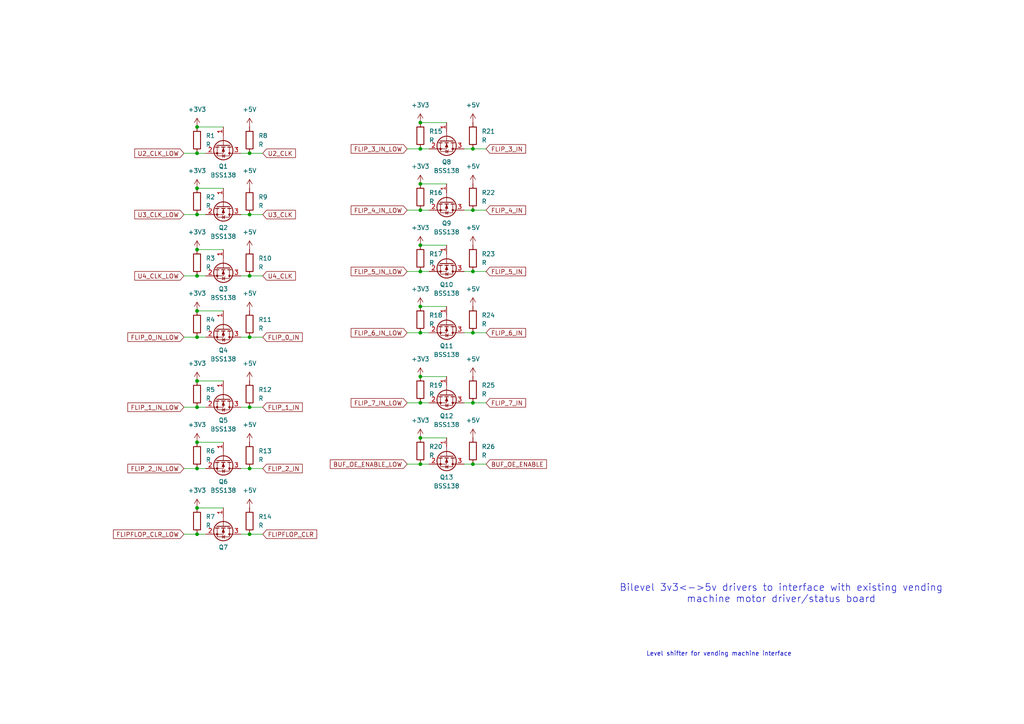
<source format=kicad_sch>
(kicad_sch (version 20231120) (generator "eeschema") (generator_version "8.0")
  (paper "A4")
  (lib_symbols
    (symbol "Device:R" (pin_numbers hide) (pin_names (offset 0))
      (property "Reference" "R" (at 2.032 0 90))
      (property "Value" "R" (at 0 0 90))
      (symbol "R_0_1"
        (rectangle (start -1.016 -2.54) (end 1.016 2.54) (stroke (width 0.254)))
      )
      (symbol "R_1_1"
        (pin passive line (at 0 3.81 270) (length 1.27) (name "~") (number "1"))
        (pin passive line (at 0 -3.81 90) (length 1.27) (name "~") (number "2"))
      )
    )
    (symbol "Transistor_FET:BSS138" (pin_names hide)
      (property "Reference" "Q" (at 5.08 1.905 0))
      (property "Value" "BSS138" (at 5.08 0 0))
      (symbol "BSS138_0_1"
        (polyline (pts (xy 0.254 0) (xy -2.54 0)))
        (polyline (pts (xy 0.254 1.905) (xy 0.254 -1.905)) (stroke (width 0.254)))
        (polyline (pts (xy 0.762 -1.27) (xy 0.762 -2.286)) (stroke (width 0.254)))
        (polyline (pts (xy 0.762 0.508) (xy 0.762 -0.508)) (stroke (width 0.254)))
        (polyline (pts (xy 0.762 2.286) (xy 0.762 1.27)) (stroke (width 0.254)))
        (polyline (pts (xy 2.54 2.54) (xy 2.54 1.778)))
        (polyline (pts (xy 2.54 -2.54) (xy 2.54 0) (xy 0.762 0)))
        (polyline (pts (xy 0.762 -1.778) (xy 3.302 -1.778) (xy 3.302 1.778) (xy 0.762 1.778)))
        (polyline (pts (xy 1.016 0) (xy 2.032 0.381) (xy 2.032 -0.381) (xy 1.016 0)) (fill (type outline)))
        (polyline (pts (xy 2.794 0.508) (xy 2.921 0.381) (xy 3.683 0.381) (xy 3.81 0.254)))
        (polyline (pts (xy 3.302 0.381) (xy 2.921 -0.254) (xy 3.683 -0.254) (xy 3.302 0.381)))
        (circle (center 1.651 0) (radius 2.794) (stroke (width 0.254)))
        (circle (center 2.54 -1.778) (radius 0.254) (fill (type outline)))
        (circle (center 2.54 1.778) (radius 0.254) (fill (type outline)))
      )
      (symbol "BSS138_1_1"
        (pin input line (at -5.08 0 0) (length 2.54) (name "G") (number "1"))
        (pin passive line (at 2.54 -5.08 90) (length 2.54) (name "S") (number "2"))
        (pin passive line (at 2.54 5.08 270) (length 2.54) (name "D") (number "3"))
      )
    )
    (symbol "power:+3V3" (power) (pin_numbers hide) (pin_names (offset 0) hide)
      (property "Value" "+3V3" (at 0 3.556 0))
      (symbol "+3V3_0_1"
        (polyline (pts (xy -0.762 1.27) (xy 0 2.54)))
        (polyline (pts (xy 0 0) (xy 0 2.54)))
        (polyline (pts (xy 0 2.54) (xy 0.762 1.27)))
      )
      (symbol "+3V3_1_1"
        (pin power_in line (at 0 0 90) (length 0) (name "~") (number "1"))
      )
    )
    (symbol "power:+5V" (power) (pin_numbers hide) (pin_names (offset 0) hide)
      (property "Value" "+5V" (at 0 3.556 0))
      (symbol "+5V_0_1"
        (polyline (pts (xy -0.762 1.27) (xy 0 2.54)))
        (polyline (pts (xy 0 0) (xy 0 2.54)))
        (polyline (pts (xy 0 2.54) (xy 0.762 1.27)))
      )
      (symbol "+5V_1_1"
        (pin power_in line (at 0 0 90) (length 0) (name "~") (number "1"))
      )
    )
  )
  (junction (at 57.15 110.49))
  (junction (at 121.92 71.12))
  (junction (at 121.92 109.22))
  (junction (at 57.15 147.32))
  (junction (at 72.39 62.23))
  (junction (at 72.39 135.89))
  (junction (at 137.16 134.62))
  (junction (at 57.15 54.61))
  (junction (at 137.16 60.96))
  (junction (at 57.15 72.39))
  (junction (at 57.15 128.27))
  (junction (at 121.92 116.84))
  (junction (at 121.92 96.52))
  (junction (at 137.16 96.52))
  (junction (at 121.92 53.34))
  (junction (at 121.92 60.96))
  (junction (at 121.92 88.9))
  (junction (at 57.15 80.01))
  (junction (at 57.15 135.89))
  (junction (at 121.92 43.18))
  (junction (at 137.16 78.74))
  (junction (at 137.16 43.18))
  (junction (at 72.39 80.01))
  (junction (at 57.15 97.79))
  (junction (at 72.39 44.45))
  (junction (at 57.15 36.83))
  (junction (at 121.92 78.74))
  (junction (at 72.39 154.94))
  (junction (at 72.39 97.79))
  (junction (at 57.15 154.94))
  (junction (at 121.92 134.62))
  (junction (at 57.15 44.45))
  (junction (at 72.39 118.11))
  (junction (at 121.92 127))
  (junction (at 121.92 35.56))
  (junction (at 57.15 118.11))
  (junction (at 57.15 90.17))
  (junction (at 57.15 62.23))
  (junction (at 137.16 116.84))
  (wire (pts (xy 57.15 80.01) (xy 59.69 80.01)))
  (wire (pts (xy 121.92 60.96) (xy 124.46 60.96)))
  (wire (pts (xy 69.85 44.45) (xy 72.39 44.45)))
  (wire (pts (xy 121.92 109.22) (xy 129.54 109.22)))
  (wire (pts (xy 53.34 62.23) (xy 57.15 62.23)))
  (wire (pts (xy 137.16 134.62) (xy 140.97 134.62)))
  (wire (pts (xy 53.34 135.89) (xy 57.15 135.89)))
  (wire (pts (xy 137.16 43.18) (xy 140.97 43.18)))
  (wire (pts (xy 121.92 134.62) (xy 124.46 134.62)))
  (wire (pts (xy 72.39 80.01) (xy 76.2 80.01)))
  (wire (pts (xy 57.15 135.89) (xy 59.69 135.89)))
  (wire (pts (xy 57.15 147.32) (xy 64.77 147.32)))
  (wire (pts (xy 118.11 96.52) (xy 121.92 96.52)))
  (wire (pts (xy 57.15 54.61) (xy 64.77 54.61)))
  (wire (pts (xy 134.62 78.74) (xy 137.16 78.74)))
  (wire (pts (xy 53.34 97.79) (xy 57.15 97.79)))
  (wire (pts (xy 69.85 154.94) (xy 72.39 154.94)))
  (wire (pts (xy 137.16 78.74) (xy 140.97 78.74)))
  (wire (pts (xy 57.15 110.49) (xy 64.77 110.49)))
  (wire (pts (xy 134.62 134.62) (xy 137.16 134.62)))
  (wire (pts (xy 121.92 35.56) (xy 129.54 35.56)))
  (wire (pts (xy 69.85 62.23) (xy 72.39 62.23)))
  (wire (pts (xy 137.16 96.52) (xy 140.97 96.52)))
  (wire (pts (xy 121.92 53.34) (xy 129.54 53.34)))
  (wire (pts (xy 69.85 97.79) (xy 72.39 97.79)))
  (wire (pts (xy 137.16 60.96) (xy 140.97 60.96)))
  (wire (pts (xy 121.92 88.9) (xy 129.54 88.9)))
  (wire (pts (xy 57.15 128.27) (xy 64.77 128.27)))
  (wire (pts (xy 134.62 43.18) (xy 137.16 43.18)))
  (wire (pts (xy 134.62 60.96) (xy 137.16 60.96)))
  (wire (pts (xy 57.15 97.79) (xy 59.69 97.79)))
  (wire (pts (xy 118.11 60.96) (xy 121.92 60.96)))
  (wire (pts (xy 57.15 62.23) (xy 59.69 62.23)))
  (wire (pts (xy 69.85 80.01) (xy 72.39 80.01)))
  (wire (pts (xy 72.39 44.45) (xy 76.2 44.45)))
  (wire (pts (xy 57.15 36.83) (xy 64.77 36.83)))
  (wire (pts (xy 72.39 118.11) (xy 76.2 118.11)))
  (wire (pts (xy 69.85 118.11) (xy 72.39 118.11)))
  (wire (pts (xy 121.92 96.52) (xy 124.46 96.52)))
  (wire (pts (xy 121.92 78.74) (xy 124.46 78.74)))
  (wire (pts (xy 53.34 118.11) (xy 57.15 118.11)))
  (wire (pts (xy 53.34 154.94) (xy 57.15 154.94)))
  (wire (pts (xy 57.15 44.45) (xy 59.69 44.45)))
  (wire (pts (xy 121.92 43.18) (xy 124.46 43.18)))
  (wire (pts (xy 57.15 154.94) (xy 59.69 154.94)))
  (wire (pts (xy 53.34 44.45) (xy 57.15 44.45)))
  (wire (pts (xy 134.62 96.52) (xy 137.16 96.52)))
  (wire (pts (xy 118.11 78.74) (xy 121.92 78.74)))
  (wire (pts (xy 57.15 72.39) (xy 64.77 72.39)))
  (wire (pts (xy 121.92 127) (xy 129.54 127)))
  (wire (pts (xy 118.11 116.84) (xy 121.92 116.84)))
  (wire (pts (xy 118.11 43.18) (xy 121.92 43.18)))
  (wire (pts (xy 53.34 80.01) (xy 57.15 80.01)))
  (wire (pts (xy 118.11 134.62) (xy 121.92 134.62)))
  (wire (pts (xy 121.92 116.84) (xy 124.46 116.84)))
  (wire (pts (xy 57.15 90.17) (xy 64.77 90.17)))
  (wire (pts (xy 72.39 62.23) (xy 76.2 62.23)))
  (wire (pts (xy 72.39 135.89) (xy 76.2 135.89)))
  (wire (pts (xy 72.39 97.79) (xy 76.2 97.79)))
  (wire (pts (xy 137.16 116.84) (xy 140.97 116.84)))
  (wire (pts (xy 57.15 118.11) (xy 59.69 118.11)))
  (wire (pts (xy 121.92 71.12) (xy 129.54 71.12)))
  (wire (pts (xy 72.39 154.94) (xy 76.2 154.94)))
  (wire (pts (xy 134.62 116.84) (xy 137.16 116.84)))
  (wire (pts (xy 69.85 135.89) (xy 72.39 135.89)))
  (text "Bilevel 3v3<->5v drivers to interface with existing vending\nmachine motor driver/status board" (at 226.568 172.212 0) (effects (font (size 2.032 2.032))))
  (text "Level shifter for vending machine interface" (at 208.534 189.738 0) (effects (font (size 1.27 1.27))))
  (global_label "BUF_OE_ENABLE" (shape input) (at 140.97 134.62 0) (property "Intersheetrefs" "${INTERSHEET_REFS}" (effects (hide yes))))
  (global_label "BUF_OE_ENABLE_LOW" (shape input) (at 118.11 134.62 180) (property "Intersheetrefs" "${INTERSHEET_REFS}" (effects (hide yes))))
  (global_label "FLIP_3_IN_LOW" (shape input) (at 118.11 43.18 180) (property "Intersheetrefs" "${INTERSHEET_REFS}" (effects (hide yes))))
  (global_label "U2_CLK" (shape input) (at 76.2 44.45 0) (property "Intersheetrefs" "${INTERSHEET_REFS}" (effects (hide yes))))
  (global_label "FLIP_4_IN_LOW" (shape input) (at 118.11 60.96 180) (property "Intersheetrefs" "${INTERSHEET_REFS}" (effects (hide yes))))
  (global_label "U4_CLK_LOW" (shape input) (at 53.34 80.01 180) (property "Intersheetrefs" "${INTERSHEET_REFS}" (effects (hide yes))))
  (global_label "FLIP_7_IN" (shape input) (at 140.97 116.84 0) (property "Intersheetrefs" "${INTERSHEET_REFS}" (effects (hide yes))))
  (global_label "U4_CLK" (shape input) (at 76.2 80.01 0) (property "Intersheetrefs" "${INTERSHEET_REFS}" (effects (hide yes))))
  (global_label "FLIP_0_IN" (shape input) (at 76.2 97.79 0) (property "Intersheetrefs" "${INTERSHEET_REFS}" (effects (hide yes))))
  (global_label "FLIP_1_IN" (shape input) (at 76.2 118.11 0) (property "Intersheetrefs" "${INTERSHEET_REFS}" (effects (hide yes))))
  (global_label "U3_CLK_LOW" (shape input) (at 53.34 62.23 180) (property "Intersheetrefs" "${INTERSHEET_REFS}" (effects (hide yes))))
  (global_label "FLIP_0_IN_LOW" (shape input) (at 53.34 97.79 180) (property "Intersheetrefs" "${INTERSHEET_REFS}" (effects (hide yes))))
  (global_label "FLIP_2_IN" (shape input) (at 76.2 135.89 0) (property "Intersheetrefs" "${INTERSHEET_REFS}" (effects (hide yes))))
  (global_label "FLIP_1_IN_LOW" (shape input) (at 53.34 118.11 180) (property "Intersheetrefs" "${INTERSHEET_REFS}" (effects (hide yes))))
  (global_label "FLIP_7_IN_LOW" (shape input) (at 118.11 116.84 180) (property "Intersheetrefs" "${INTERSHEET_REFS}" (effects (hide yes))))
  (global_label "FLIPFLOP_CLR" (shape input) (at 76.2 154.94 0) (property "Intersheetrefs" "${INTERSHEET_REFS}" (effects (hide yes))))
  (global_label "U2_CLK_LOW" (shape input) (at 53.34 44.45 180) (property "Intersheetrefs" "${INTERSHEET_REFS}" (effects (hide yes))))
  (global_label "FLIP_4_IN" (shape input) (at 140.97 60.96 0) (property "Intersheetrefs" "${INTERSHEET_REFS}" (effects (hide yes))))
  (global_label "FLIP_5_IN" (shape input) (at 140.97 78.74 0) (property "Intersheetrefs" "${INTERSHEET_REFS}" (effects (hide yes))))
  (global_label "FLIP_5_IN_LOW" (shape input) (at 118.11 78.74 180) (property "Intersheetrefs" "${INTERSHEET_REFS}" (effects (hide yes))))
  (global_label "FLIP_6_IN" (shape input) (at 140.97 96.52 0) (property "Intersheetrefs" "${INTERSHEET_REFS}" (effects (hide yes))))
  (global_label "U3_CLK" (shape input) (at 76.2 62.23 0) (property "Intersheetrefs" "${INTERSHEET_REFS}" (effects (hide yes))))
  (global_label "FLIP_2_IN_LOW" (shape input) (at 53.34 135.89 180) (property "Intersheetrefs" "${INTERSHEET_REFS}" (effects (hide yes))))
  (global_label "FLIPFLOP_CLR_LOW" (shape input) (at 53.34 154.94 180) (property "Intersheetrefs" "${INTERSHEET_REFS}" (effects (hide yes))))
  (global_label "FLIP_3_IN" (shape input) (at 140.97 43.18 0) (property "Intersheetrefs" "${INTERSHEET_REFS}" (effects (hide yes))))
  (global_label "FLIP_6_IN_LOW" (shape input) (at 118.11 96.52 180) (property "Intersheetrefs" "${INTERSHEET_REFS}" (effects (hide yes))))
  (symbol (lib_id "Transistor_FET:BSS138") (at 129.54 40.64 270) (unit 1)
    (property "Reference" "Q8" (at 129.54 46.99 90))
    (property "Value" "BSS138" (at 129.54 49.53 90))
    (property "Footprint" "Package_TO_SOT_SMD:SOT-23" (effects (hide yes)))
    (property "Datasheet" "https://www.onsemi.com/pub/Collateral/BSS138-D.PDF" (effects (hide yes)))
    (property "Description" "50V Vds, 0.22A Id, N-Channel MOSFET, SOT-23" (effects (hide yes)))
  )
  (symbol (lib_id "power:+3V3") (at 121.92 53.34 0) (unit 1)
    (property "Reference" "#PWR019" (effects (hide yes)))
    (property "Value" "+3V3" (at 121.92 48.26 0))
    (property "Description" "Power symbol creates a global label with name \"+3V3\"" (effects (hide yes)))
  )
  (symbol (lib_id "Device:R") (at 121.92 74.93 0) (unit 1)
    (property "Reference" "R17" (at 124.46 73.6599 0) (effects (justify left)))
    (property "Value" "R" (at 124.46 76.1999 0) (effects (justify left)))
    (property "Footprint" "Resistor_SMD:R_1206_3216Metric" (effects (hide yes)))
    (property "Description" "Resistor" (effects (hide yes)))
  )
  (symbol (lib_id "Device:R") (at 72.39 151.13 0) (unit 1)
    (property "Reference" "R14" (at 74.93 149.8599 0) (effects (justify left)))
    (property "Value" "R" (at 74.93 152.3999 0) (effects (justify left)))
    (property "Footprint" "Resistor_SMD:R_1206_3216Metric" (effects (hide yes)))
    (property "Description" "Resistor" (effects (hide yes)))
  )
  (symbol (lib_id "Device:R") (at 72.39 114.3 0) (unit 1)
    (property "Reference" "R12" (at 74.93 113.0299 0) (effects (justify left)))
    (property "Value" "R" (at 74.93 115.5699 0) (effects (justify left)))
    (property "Footprint" "Resistor_SMD:R_1206_3216Metric" (effects (hide yes)))
    (property "Description" "Resistor" (effects (hide yes)))
  )
  (symbol (lib_id "Device:R") (at 72.39 76.2 0) (unit 1)
    (property "Reference" "R10" (at 74.93 74.9299 0) (effects (justify left)))
    (property "Value" "R" (at 74.93 77.4699 0) (effects (justify left)))
    (property "Footprint" "Resistor_SMD:R_1206_3216Metric" (effects (hide yes)))
    (property "Description" "Resistor" (effects (hide yes)))
  )
  (symbol (lib_id "Device:R") (at 57.15 58.42 0) (unit 1)
    (property "Reference" "R2" (at 59.69 57.1499 0) (effects (justify left)))
    (property "Value" "R" (at 59.69 59.6899 0) (effects (justify left)))
    (property "Footprint" "Resistor_SMD:R_1206_3216Metric" (effects (hide yes)))
    (property "Description" "Resistor" (effects (hide yes)))
  )
  (symbol (lib_id "Device:R") (at 121.92 39.37 0) (unit 1)
    (property "Reference" "R15" (at 124.46 38.0999 0) (effects (justify left)))
    (property "Value" "R" (at 124.46 40.6399 0) (effects (justify left)))
    (property "Footprint" "Resistor_SMD:R_1206_3216Metric" (effects (hide yes)))
    (property "Description" "Resistor" (effects (hide yes)))
  )
  (symbol (lib_id "Device:R") (at 137.16 57.15 0) (unit 1)
    (property "Reference" "R22" (at 139.7 55.8799 0) (effects (justify left)))
    (property "Value" "R" (at 139.7 58.4199 0) (effects (justify left)))
    (property "Footprint" "Resistor_SMD:R_1206_3216Metric" (effects (hide yes)))
    (property "Description" "Resistor" (effects (hide yes)))
  )
  (symbol (lib_id "Transistor_FET:BSS138") (at 129.54 76.2 270) (unit 1)
    (property "Reference" "Q10" (at 129.54 82.55 90))
    (property "Value" "BSS138" (at 129.54 85.09 90))
    (property "Footprint" "Package_TO_SOT_SMD:SOT-23" (effects (hide yes)))
    (property "Datasheet" "https://www.onsemi.com/pub/Collateral/BSS138-D.PDF" (effects (hide yes)))
    (property "Description" "50V Vds, 0.22A Id, N-Channel MOSFET, SOT-23" (effects (hide yes)))
  )
  (symbol (lib_id "power:+3V3") (at 57.15 36.83 0) (unit 1)
    (property "Reference" "#PWR02" (effects (hide yes)))
    (property "Value" "+3V3" (at 57.15 31.75 0))
    (property "Description" "Power symbol creates a global label with name \"+3V3\"" (effects (hide yes)))
  )
  (symbol (lib_id "Device:R") (at 137.16 113.03 0) (unit 1)
    (property "Reference" "R25" (at 139.7 111.7599 0) (effects (justify left)))
    (property "Value" "R" (at 139.7 114.2999 0) (effects (justify left)))
    (property "Footprint" "Resistor_SMD:R_1206_3216Metric" (effects (hide yes)))
    (property "Description" "Resistor" (effects (hide yes)))
  )
  (symbol (lib_id "Device:R") (at 57.15 132.08 0) (unit 1)
    (property "Reference" "R6" (at 59.69 130.8099 0) (effects (justify left)))
    (property "Value" "R" (at 59.69 133.3499 0) (effects (justify left)))
    (property "Footprint" "Resistor_SMD:R_1206_3216Metric" (effects (hide yes)))
    (property "Description" "Resistor" (effects (hide yes)))
  )
  (symbol (lib_id "power:+5V") (at 137.16 53.34 0) (unit 1)
    (property "Reference" "#PWR025" (effects (hide yes)))
    (property "Value" "+5V" (at 137.16 48.26 0))
    (property "Description" "Power symbol creates a global label with name \"+5V\"" (effects (hide yes)))
  )
  (symbol (lib_id "power:+5V") (at 72.39 36.83 0) (unit 1)
    (property "Reference" "#PWR011" (effects (hide yes)))
    (property "Value" "+5V" (at 72.39 31.75 0))
    (property "Description" "Power symbol creates a global label with name \"+5V\"" (effects (hide yes)))
  )
  (symbol (lib_id "Device:R") (at 57.15 40.64 0) (unit 1)
    (property "Reference" "R1" (at 59.69 39.3699 0) (effects (justify left)))
    (property "Value" "R" (at 59.69 41.9099 0) (effects (justify left)))
    (property "Footprint" "Resistor_SMD:R_1206_3216Metric" (effects (hide yes)))
    (property "Description" "Resistor" (effects (hide yes)))
  )
  (symbol (lib_id "power:+3V3") (at 57.15 147.32 0) (unit 1)
    (property "Reference" "#PWR010" (effects (hide yes)))
    (property "Value" "+3V3" (at 57.15 142.24 0))
    (property "Description" "Power symbol creates a global label with name \"+3V3\"" (effects (hide yes)))
  )
  (symbol (lib_id "power:+5V") (at 72.39 147.32 0) (unit 1)
    (property "Reference" "#PWR017" (effects (hide yes)))
    (property "Value" "+5V" (at 72.39 142.24 0))
    (property "Description" "Power symbol creates a global label with name \"+5V\"" (effects (hide yes)))
  )
  (symbol (lib_id "power:+5V") (at 72.39 110.49 0) (unit 1)
    (property "Reference" "#PWR015" (effects (hide yes)))
    (property "Value" "+5V" (at 72.39 105.41 0))
    (property "Description" "Power symbol creates a global label with name \"+5V\"" (effects (hide yes)))
  )
  (symbol (lib_id "power:+5V") (at 72.39 54.61 0) (unit 1)
    (property "Reference" "#PWR012" (effects (hide yes)))
    (property "Value" "+5V" (at 72.39 49.53 0))
    (property "Description" "Power symbol creates a global label with name \"+5V\"" (effects (hide yes)))
  )
  (symbol (lib_id "power:+5V") (at 72.39 128.27 0) (unit 1)
    (property "Reference" "#PWR016" (effects (hide yes)))
    (property "Value" "+5V" (at 72.39 123.19 0))
    (property "Description" "Power symbol creates a global label with name \"+5V\"" (effects (hide yes)))
  )
  (symbol (lib_id "power:+5V") (at 137.16 88.9 0) (unit 1)
    (property "Reference" "#PWR027" (effects (hide yes)))
    (property "Value" "+5V" (at 137.16 83.82 0))
    (property "Description" "Power symbol creates a global label with name \"+5V\"" (effects (hide yes)))
  )
  (symbol (lib_id "Device:R") (at 57.15 114.3 0) (unit 1)
    (property "Reference" "R5" (at 59.69 113.0299 0) (effects (justify left)))
    (property "Value" "R" (at 59.69 115.5699 0) (effects (justify left)))
    (property "Footprint" "Resistor_SMD:R_1206_3216Metric" (effects (hide yes)))
    (property "Description" "Resistor" (effects (hide yes)))
  )
  (symbol (lib_id "Transistor_FET:BSS138") (at 129.54 93.98 270) (unit 1)
    (property "Reference" "Q11" (at 129.54 100.33 90))
    (property "Value" "BSS138" (at 129.54 102.87 90))
    (property "Footprint" "Package_TO_SOT_SMD:SOT-23" (effects (hide yes)))
    (property "Datasheet" "https://www.onsemi.com/pub/Collateral/BSS138-D.PDF" (effects (hide yes)))
    (property "Description" "50V Vds, 0.22A Id, N-Channel MOSFET, SOT-23" (effects (hide yes)))
  )
  (symbol (lib_id "Device:R") (at 137.16 92.71 0) (unit 1)
    (property "Reference" "R24" (at 139.7 91.4399 0) (effects (justify left)))
    (property "Value" "R" (at 139.7 93.9799 0) (effects (justify left)))
    (property "Footprint" "Resistor_SMD:R_1206_3216Metric" (effects (hide yes)))
    (property "Description" "Resistor" (effects (hide yes)))
  )
  (symbol (lib_id "Transistor_FET:BSS138") (at 64.77 152.4 270) (unit 1)
    (property "Reference" "Q7" (at 64.77 158.75 90))
    (property "Value" "BSS138" (effects (hide yes)))
    (property "Footprint" "Package_TO_SOT_SMD:SOT-23" (effects (hide yes)))
    (property "Datasheet" "https://www.onsemi.com/pub/Collateral/BSS138-D.PDF" (effects (hide yes)))
    (property "Description" "50V Vds, 0.22A Id, N-Channel MOSFET, SOT-23" (effects (hide yes)))
  )
  (symbol (lib_id "power:+3V3") (at 121.92 109.22 0) (unit 1)
    (property "Reference" "#PWR022" (effects (hide yes)))
    (property "Value" "+3V3" (at 121.92 104.14 0))
    (property "Description" "Power symbol creates a global label with name \"+3V3\"" (effects (hide yes)))
  )
  (symbol (lib_id "Device:R") (at 72.39 132.08 0) (unit 1)
    (property "Reference" "R13" (at 74.93 130.8099 0) (effects (justify left)))
    (property "Value" "R" (at 74.93 133.3499 0) (effects (justify left)))
    (property "Footprint" "Resistor_SMD:R_1206_3216Metric" (effects (hide yes)))
    (property "Description" "Resistor" (effects (hide yes)))
  )
  (symbol (lib_id "Device:R") (at 121.92 113.03 0) (unit 1)
    (property "Reference" "R19" (at 124.46 111.7599 0) (effects (justify left)))
    (property "Value" "R" (at 124.46 114.2999 0) (effects (justify left)))
    (property "Footprint" "Resistor_SMD:R_1206_3216Metric" (effects (hide yes)))
    (property "Description" "Resistor" (effects (hide yes)))
  )
  (symbol (lib_id "Device:R") (at 72.39 40.64 0) (unit 1)
    (property "Reference" "R8" (at 74.93 39.3699 0) (effects (justify left)))
    (property "Value" "R" (at 74.93 41.9099 0) (effects (justify left)))
    (property "Footprint" "Resistor_SMD:R_1206_3216Metric" (effects (hide yes)))
    (property "Description" "Resistor" (effects (hide yes)))
  )
  (symbol (lib_id "Device:R") (at 57.15 151.13 0) (unit 1)
    (property "Reference" "R7" (at 59.69 149.8599 0) (effects (justify left)))
    (property "Value" "R" (at 59.69 152.3999 0) (effects (justify left)))
    (property "Footprint" "Resistor_SMD:R_1206_3216Metric" (effects (hide yes)))
    (property "Description" "Resistor" (effects (hide yes)))
  )
  (symbol (lib_id "power:+5V") (at 137.16 35.56 0) (unit 1)
    (property "Reference" "#PWR024" (effects (hide yes)))
    (property "Value" "+5V" (at 137.16 30.48 0))
    (property "Description" "Power symbol creates a global label with name \"+5V\"" (effects (hide yes)))
  )
  (symbol (lib_id "Transistor_FET:BSS138") (at 129.54 114.3 270) (unit 1)
    (property "Reference" "Q12" (at 129.54 120.65 90))
    (property "Value" "BSS138" (at 129.54 123.19 90))
    (property "Footprint" "Package_TO_SOT_SMD:SOT-23" (effects (hide yes)))
    (property "Datasheet" "https://www.onsemi.com/pub/Collateral/BSS138-D.PDF" (effects (hide yes)))
    (property "Description" "50V Vds, 0.22A Id, N-Channel MOSFET, SOT-23" (effects (hide yes)))
  )
  (symbol (lib_id "Transistor_FET:BSS138") (at 129.54 132.08 270) (unit 1)
    (property "Reference" "Q13" (at 129.54 138.43 90))
    (property "Value" "BSS138" (at 129.54 140.97 90))
    (property "Footprint" "Package_TO_SOT_SMD:SOT-23" (effects (hide yes)))
    (property "Datasheet" "https://www.onsemi.com/pub/Collateral/BSS138-D.PDF" (effects (hide yes)))
    (property "Description" "50V Vds, 0.22A Id, N-Channel MOSFET, SOT-23" (effects (hide yes)))
  )
  (symbol (lib_id "Device:R") (at 121.92 57.15 0) (unit 1)
    (property "Reference" "R16" (at 124.46 55.8799 0) (effects (justify left)))
    (property "Value" "R" (at 124.46 58.4199 0) (effects (justify left)))
    (property "Footprint" "Resistor_SMD:R_1206_3216Metric" (effects (hide yes)))
    (property "Description" "Resistor" (effects (hide yes)))
  )
  (symbol (lib_id "Device:R") (at 121.92 92.71 0) (unit 1)
    (property "Reference" "R18" (at 124.46 91.4399 0) (effects (justify left)))
    (property "Value" "R" (at 124.46 93.9799 0) (effects (justify left)))
    (property "Footprint" "Resistor_SMD:R_1206_3216Metric" (effects (hide yes)))
    (property "Description" "Resistor" (effects (hide yes)))
  )
  (symbol (lib_id "Device:R") (at 72.39 58.42 0) (unit 1)
    (property "Reference" "R9" (at 74.93 57.1499 0) (effects (justify left)))
    (property "Value" "R" (at 74.93 59.6899 0) (effects (justify left)))
    (property "Footprint" "Resistor_SMD:R_1206_3216Metric" (effects (hide yes)))
    (property "Description" "Resistor" (effects (hide yes)))
  )
  (symbol (lib_id "Device:R") (at 57.15 76.2 0) (unit 1)
    (property "Reference" "R3" (at 59.69 74.9299 0) (effects (justify left)))
    (property "Value" "R" (at 59.69 77.4699 0) (effects (justify left)))
    (property "Footprint" "Resistor_SMD:R_1206_3216Metric" (effects (hide yes)))
    (property "Description" "Resistor" (effects (hide yes)))
  )
  (symbol (lib_id "power:+5V") (at 137.16 109.22 0) (unit 1)
    (property "Reference" "#PWR028" (effects (hide yes)))
    (property "Value" "+5V" (at 137.16 104.14 0))
    (property "Description" "Power symbol creates a global label with name \"+5V\"" (effects (hide yes)))
  )
  (symbol (lib_id "power:+5V") (at 72.39 72.39 0) (unit 1)
    (property "Reference" "#PWR013" (effects (hide yes)))
    (property "Value" "+5V" (at 72.39 67.31 0))
    (property "Description" "Power symbol creates a global label with name \"+5V\"" (effects (hide yes)))
  )
  (symbol (lib_id "power:+3V3") (at 57.15 90.17 0) (unit 1)
    (property "Reference" "#PWR07" (effects (hide yes)))
    (property "Value" "+3V3" (at 57.15 85.09 0))
    (property "Description" "Power symbol creates a global label with name \"+3V3\"" (effects (hide yes)))
  )
  (symbol (lib_id "power:+3V3") (at 57.15 72.39 0) (unit 1)
    (property "Reference" "#PWR06" (effects (hide yes)))
    (property "Value" "+3V3" (at 57.15 67.31 0))
    (property "Description" "Power symbol creates a global label with name \"+3V3\"" (effects (hide yes)))
  )
  (symbol (lib_id "Device:R") (at 137.16 130.81 0) (unit 1)
    (property "Reference" "R26" (at 139.7 129.5399 0) (effects (justify left)))
    (property "Value" "R" (at 139.7 132.0799 0) (effects (justify left)))
    (property "Footprint" "Resistor_SMD:R_1206_3216Metric" (effects (hide yes)))
    (property "Description" "Resistor" (effects (hide yes)))
  )
  (symbol (lib_id "Device:R") (at 121.92 130.81 0) (unit 1)
    (property "Reference" "R20" (at 124.46 129.5399 0) (effects (justify left)))
    (property "Value" "R" (at 124.46 132.0799 0) (effects (justify left)))
    (property "Footprint" "Resistor_SMD:R_1206_3216Metric" (effects (hide yes)))
    (property "Description" "Resistor" (effects (hide yes)))
  )
  (symbol (lib_id "power:+3V3") (at 57.15 110.49 0) (unit 1)
    (property "Reference" "#PWR08" (effects (hide yes)))
    (property "Value" "+3V3" (at 57.15 105.41 0))
    (property "Description" "Power symbol creates a global label with name \"+3V3\"" (effects (hide yes)))
  )
  (symbol (lib_id "Device:R") (at 137.16 39.37 0) (unit 1)
    (property "Reference" "R21" (at 139.7 38.0999 0) (effects (justify left)))
    (property "Value" "R" (at 139.7 40.6399 0) (effects (justify left)))
    (property "Footprint" "Resistor_SMD:R_1206_3216Metric" (effects (hide yes)))
    (property "Description" "Resistor" (effects (hide yes)))
  )
  (symbol (lib_id "Device:R") (at 72.39 93.98 0) (unit 1)
    (property "Reference" "R11" (at 74.93 92.7099 0) (effects (justify left)))
    (property "Value" "R" (at 74.93 95.2499 0) (effects (justify left)))
    (property "Footprint" "Resistor_SMD:R_1206_3216Metric" (effects (hide yes)))
    (property "Description" "Resistor" (effects (hide yes)))
  )
  (symbol (lib_id "Transistor_FET:BSS138") (at 129.54 58.42 270) (unit 1)
    (property "Reference" "Q9" (at 129.54 64.77 90))
    (property "Value" "BSS138" (at 129.54 67.31 90))
    (property "Footprint" "Package_TO_SOT_SMD:SOT-23" (effects (hide yes)))
    (property "Datasheet" "https://www.onsemi.com/pub/Collateral/BSS138-D.PDF" (effects (hide yes)))
    (property "Description" "50V Vds, 0.22A Id, N-Channel MOSFET, SOT-23" (effects (hide yes)))
  )
  (symbol (lib_id "power:+5V") (at 72.39 90.17 0) (unit 1)
    (property "Reference" "#PWR014" (effects (hide yes)))
    (property "Value" "+5V" (at 72.39 85.09 0))
    (property "Description" "Power symbol creates a global label with name \"+5V\"" (effects (hide yes)))
  )
  (symbol (lib_id "Device:R") (at 57.15 93.98 0) (unit 1)
    (property "Reference" "R4" (at 59.69 92.7099 0) (effects (justify left)))
    (property "Value" "R" (at 59.69 95.2499 0) (effects (justify left)))
    (property "Footprint" "Resistor_SMD:R_1206_3216Metric" (effects (hide yes)))
    (property "Description" "Resistor" (effects (hide yes)))
  )
  (symbol (lib_id "power:+3V3") (at 121.92 35.56 0) (unit 1)
    (property "Reference" "#PWR018" (effects (hide yes)))
    (property "Value" "+3V3" (at 121.92 30.48 0))
    (property "Description" "Power symbol creates a global label with name \"+3V3\"" (effects (hide yes)))
  )
  (symbol (lib_id "Transistor_FET:BSS138") (at 64.77 59.69 270) (unit 1)
    (property "Reference" "Q2" (at 64.77 66.04 90))
    (property "Value" "BSS138" (at 64.77 68.58 90))
    (property "Footprint" "Package_TO_SOT_SMD:SOT-23" (effects (hide yes)))
    (property "Datasheet" "https://www.onsemi.com/pub/Collateral/BSS138-D.PDF" (effects (hide yes)))
    (property "Description" "50V Vds, 0.22A Id, N-Channel MOSFET, SOT-23" (effects (hide yes)))
  )
  (symbol (lib_id "Transistor_FET:BSS138") (at 64.77 115.57 270) (unit 1)
    (property "Reference" "Q5" (at 64.77 121.92 90))
    (property "Value" "BSS138" (at 64.77 124.46 90))
    (property "Footprint" "Package_TO_SOT_SMD:SOT-23" (effects (hide yes)))
    (property "Datasheet" "https://www.onsemi.com/pub/Collateral/BSS138-D.PDF" (effects (hide yes)))
    (property "Description" "50V Vds, 0.22A Id, N-Channel MOSFET, SOT-23" (effects (hide yes)))
  )
  (symbol (lib_id "Device:R") (at 137.16 74.93 0) (unit 1)
    (property "Reference" "R23" (at 139.7 73.6599 0) (effects (justify left)))
    (property "Value" "R" (at 139.7 76.1999 0) (effects (justify left)))
    (property "Footprint" "Resistor_SMD:R_1206_3216Metric" (effects (hide yes)))
    (property "Description" "Resistor" (effects (hide yes)))
  )
  (symbol (lib_id "Transistor_FET:BSS138") (at 64.77 77.47 270) (unit 1)
    (property "Reference" "Q3" (at 64.77 83.82 90))
    (property "Value" "BSS138" (at 64.77 86.36 90))
    (property "Footprint" "Package_TO_SOT_SMD:SOT-23" (effects (hide yes)))
    (property "Datasheet" "https://www.onsemi.com/pub/Collateral/BSS138-D.PDF" (effects (hide yes)))
    (property "Description" "50V Vds, 0.22A Id, N-Channel MOSFET, SOT-23" (effects (hide yes)))
  )
  (symbol (lib_id "power:+5V") (at 137.16 127 0) (unit 1)
    (property "Reference" "#PWR041" (effects (hide yes)))
    (property "Value" "+5V" (at 137.16 121.92 0))
    (property "Description" "Power symbol creates a global label with name \"+5V\"" (effects (hide yes)))
  )
  (symbol (lib_id "power:+5V") (at 137.16 71.12 0) (unit 1)
    (property "Reference" "#PWR026" (effects (hide yes)))
    (property "Value" "+5V" (at 137.16 66.04 0))
    (property "Description" "Power symbol creates a global label with name \"+5V\"" (effects (hide yes)))
  )
  (symbol (lib_id "power:+3V3") (at 121.92 88.9 0) (unit 1)
    (property "Reference" "#PWR021" (effects (hide yes)))
    (property "Value" "+3V3" (at 121.92 83.82 0))
    (property "Description" "Power symbol creates a global label with name \"+3V3\"" (effects (hide yes)))
  )
  (symbol (lib_id "Transistor_FET:BSS138") (at 64.77 41.91 270) (unit 1)
    (property "Reference" "Q1" (at 64.77 48.26 90))
    (property "Value" "BSS138" (at 64.77 50.8 90))
    (property "Footprint" "Package_TO_SOT_SMD:SOT-23" (effects (hide yes)))
    (property "Datasheet" "https://www.onsemi.com/pub/Collateral/BSS138-D.PDF" (effects (hide yes)))
    (property "Description" "50V Vds, 0.22A Id, N-Channel MOSFET, SOT-23" (effects (hide yes)))
  )
  (symbol (lib_id "power:+3V3") (at 121.92 127 0) (unit 1)
    (property "Reference" "#PWR023" (effects (hide yes)))
    (property "Value" "+3V3" (at 121.92 121.92 0))
    (property "Description" "Power symbol creates a global label with name \"+3V3\"" (effects (hide yes)))
  )
  (symbol (lib_id "power:+3V3") (at 57.15 54.61 0) (unit 1)
    (property "Reference" "#PWR05" (effects (hide yes)))
    (property "Value" "+3V3" (at 57.15 49.53 0))
    (property "Description" "Power symbol creates a global label with name \"+3V3\"" (effects (hide yes)))
  )
  (symbol (lib_id "power:+3V3") (at 121.92 71.12 0) (unit 1)
    (property "Reference" "#PWR020" (effects (hide yes)))
    (property "Value" "+3V3" (at 121.92 66.04 0))
    (property "Description" "Power symbol creates a global label with name \"+3V3\"" (effects (hide yes)))
  )
  (symbol (lib_id "Transistor_FET:BSS138") (at 64.77 95.25 270) (unit 1)
    (property "Reference" "Q4" (at 64.77 101.6 90))
    (property "Value" "BSS138" (at 64.77 104.14 90))
    (property "Footprint" "Package_TO_SOT_SMD:SOT-23" (effects (hide yes)))
    (property "Datasheet" "https://www.onsemi.com/pub/Collateral/BSS138-D.PDF" (effects (hide yes)))
    (property "Description" "50V Vds, 0.22A Id, N-Channel MOSFET, SOT-23" (effects (hide yes)))
  )
  (symbol (lib_id "Transistor_FET:BSS138") (at 64.77 133.35 270) (unit 1)
    (property "Reference" "Q6" (at 64.77 139.7 90))
    (property "Value" "BSS138" (at 64.77 142.24 90))
    (property "Footprint" "Package_TO_SOT_SMD:SOT-23" (effects (hide yes)))
    (property "Datasheet" "https://www.onsemi.com/pub/Collateral/BSS138-D.PDF" (effects (hide yes)))
    (property "Description" "50V Vds, 0.22A Id, N-Channel MOSFET, SOT-23" (effects (hide yes)))
  )
  (symbol (lib_id "power:+3V3") (at 57.15 128.27 0) (unit 1)
    (property "Reference" "#PWR09" (effects (hide yes)))
    (property "Value" "+3V3" (at 57.15 123.19 0))
    (property "Description" "Power symbol creates a global label with name \"+3V3\"" (effects (hide yes)))
  )
)
</source>
